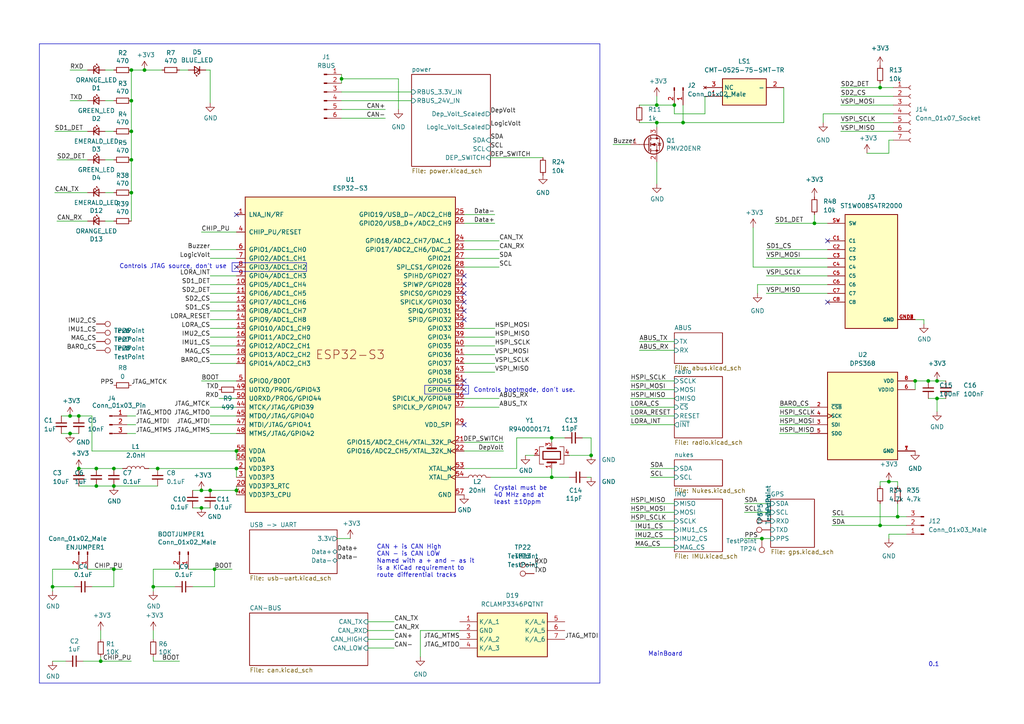
<source format=kicad_sch>
(kicad_sch (version 20231120) (generator "eeschema") (generator_version "8.0")
  (paper "A4")
  (junction (at 190.5 30.48))
  (junction (at 45.72 135.89))
  (junction (at 33.02 140.97))
  (junction (at 33.02 165.1))
  (junction (at 22.86 135.89))
  (junction (at 41.91 20.32))
  (junction (at 160.02 138.43))
  (junction (at 269.24 110.49))
  (junction (at 255.27 152.4))
  (junction (at 20.32 120.65))
  (junction (at 22.86 120.65))
  (junction (at 99.06 22.86))
  (junction (at 15.24 170.18))
  (junction (at 58.42 147.32))
  (junction (at 60.96 142.24))
  (junction (at 33.02 135.89))
  (junction (at 29.21 191.77))
  (junction (at 236.22 64.77))
  (junction (at 195.58 30.48))
  (junction (at 20.32 125.73))
  (junction (at 38.1 29.21))
  (junction (at 160.02 127))
  (junction (at 44.45 170.18))
  (junction (at 265.43 110.49))
  (junction (at 220.98 156.21))
  (junction (at 171.45 132.08))
  (junction (at 38.1 46.355))
  (junction (at 62.23 165.1))
  (junction (at 38.1 55.88))
  (junction (at 198.12 35.56))
  (junction (at 68.58 135.89))
  (junction (at 68.58 130.81))
  (junction (at 271.78 110.49))
  (junction (at 27.94 140.97))
  (junction (at 260.35 149.86))
  (junction (at 38.1 38.1))
  (junction (at 257.81 139.7))
  (junction (at 38.1 20.32))
  (junction (at 190.5 35.56))
  (junction (at 255.27 25.4))
  (junction (at 58.42 142.24))
  (junction (at 27.94 135.89))
  (junction (at 271.78 115.57))
  (junction (at 68.58 142.24))
  (no_connect (at 240.03 69.85))
  (no_connect (at 134.62 90.17))
  (no_connect (at 134.62 80.01))
  (no_connect (at 134.62 92.71))
  (no_connect (at 134.62 113.03))
  (no_connect (at 68.58 77.47))
  (no_connect (at 134.62 110.49))
  (no_connect (at 134.62 123.19))
  (no_connect (at 240.03 87.63))
  (no_connect (at 68.58 62.23))
  (no_connect (at 134.62 82.55))
  (no_connect (at 134.62 85.09))
  (no_connect (at 134.62 87.63))
  (wire (pts (xy 226.06 120.65) (xy 234.95 120.65)))
  (wire (pts (xy 99.06 22.86) (xy 115.57 22.86)))
  (wire (pts (xy 60.96 20.32) (xy 59.69 20.32)))
  (wire (pts (xy 44.45 182.88) (xy 44.45 185.42)))
  (wire (pts (xy 60.96 118.11) (xy 68.58 118.11)))
  (wire (pts (xy 222.25 85.09) (xy 240.03 85.09)))
  (wire (pts (xy 190.5 27.94) (xy 190.5 30.48)))
  (wire (pts (xy 134.62 105.41) (xy 143.51 105.41)))
  (wire (pts (xy 134.62 95.25) (xy 143.51 95.25)))
  (wire (pts (xy 260.35 146.05) (xy 260.35 149.86)))
  (wire (pts (xy 165.1 132.08) (xy 171.45 132.08)))
  (wire (pts (xy 58.42 147.32) (xy 60.96 147.32)))
  (wire (pts (xy 185.42 99.06) (xy 195.58 99.06)))
  (wire (pts (xy 134.62 118.11) (xy 144.78 118.11)))
  (wire (pts (xy 269.24 115.57) (xy 271.78 115.57)))
  (wire (pts (xy 185.42 101.6) (xy 195.58 101.6)))
  (wire (pts (xy 182.88 110.49) (xy 195.58 110.49)))
  (wire (pts (xy 22.86 140.97) (xy 27.94 140.97)))
  (wire (pts (xy 60.96 92.71) (xy 68.58 92.71)))
  (wire (pts (xy 29.21 191.77) (xy 29.21 190.5)))
  (wire (pts (xy 60.96 74.93) (xy 68.58 74.93)))
  (wire (pts (xy 241.3 152.4) (xy 255.27 152.4)))
  (wire (pts (xy 15.24 165.1) (xy 15.24 170.18)))
  (wire (pts (xy 238.76 33.02) (xy 238.76 35.56)))
  (wire (pts (xy 160.02 127) (xy 160.02 128.27)))
  (wire (pts (xy 55.88 142.24) (xy 58.42 142.24)))
  (wire (pts (xy 44.45 165.1) (xy 52.07 165.1)))
  (wire (pts (xy 226.06 125.73) (xy 234.95 125.73)))
  (wire (pts (xy 17.78 120.65) (xy 20.32 120.65)))
  (wire (pts (xy 226.06 118.11) (xy 234.95 118.11)))
  (wire (pts (xy 30.48 20.32) (xy 33.02 20.32)))
  (wire (pts (xy 182.88 120.65) (xy 195.58 120.65)))
  (wire (pts (xy 38.1 20.32) (xy 41.91 20.32)))
  (wire (pts (xy 15.24 170.18) (xy 15.24 171.45)))
  (wire (pts (xy 99.06 21.59) (xy 99.06 22.86)))
  (wire (pts (xy 38.1 29.21) (xy 38.1 38.1)))
  (wire (pts (xy 236.22 64.77) (xy 240.03 64.77)))
  (wire (pts (xy 198.12 35.56) (xy 198.12 30.48)))
  (wire (pts (xy 255.27 140.97) (xy 255.27 139.7)))
  (wire (pts (xy 44.45 165.1) (xy 44.45 170.18)))
  (wire (pts (xy 63.5 115.57) (xy 68.58 115.57)))
  (wire (pts (xy 97.79 156.21) (xy 101.6 156.21)))
  (wire (pts (xy 243.84 27.94) (xy 259.08 27.94)))
  (wire (pts (xy 36.83 125.73) (xy 39.37 125.73)))
  (wire (pts (xy 251.46 44.45) (xy 257.81 44.45)))
  (wire (pts (xy 21.59 170.18) (xy 15.24 170.18)))
  (wire (pts (xy 99.06 22.86) (xy 99.06 24.13)))
  (wire (pts (xy 33.02 140.97) (xy 45.72 140.97)))
  (wire (pts (xy 27.94 135.89) (xy 33.02 135.89)))
  (wire (pts (xy 265.43 110.49) (xy 265.43 113.03)))
  (polyline (pts (xy 123.19 111.76) (xy 123.19 114.3)))
  (wire (pts (xy 52.07 191.77) (xy 44.45 191.77)))
  (polyline (pts (xy 135.89 114.3) (xy 123.19 114.3)))
  (wire (pts (xy 152.4 132.08) (xy 154.94 132.08)))
  (wire (pts (xy 38.1 38.1) (xy 38.1 46.355)))
  (wire (pts (xy 55.88 170.18) (xy 62.23 170.18)))
  (wire (pts (xy 60.96 72.39) (xy 68.58 72.39)))
  (wire (pts (xy 60.96 125.73) (xy 68.58 125.73)))
  (wire (pts (xy 190.5 46.99) (xy 190.5 53.34)))
  (wire (pts (xy 38.1 46.355) (xy 38.1 55.88)))
  (wire (pts (xy 188.595 135.89) (xy 195.58 135.89)))
  (wire (pts (xy 255.27 152.4) (xy 262.89 152.4)))
  (wire (pts (xy 149.86 135.89) (xy 149.86 127)))
  (wire (pts (xy 60.96 90.17) (xy 68.58 90.17)))
  (wire (pts (xy 24.13 191.77) (xy 29.21 191.77)))
  (wire (pts (xy 134.62 74.93) (xy 144.78 74.93)))
  (wire (pts (xy 223.52 148.59) (xy 215.9 148.59)))
  (wire (pts (xy 219.71 82.55) (xy 240.03 82.55)))
  (wire (pts (xy 36.83 123.19) (xy 39.37 123.19)))
  (wire (pts (xy 45.72 135.89) (xy 68.58 135.89)))
  (wire (pts (xy 243.84 25.4) (xy 255.27 25.4)))
  (wire (pts (xy 134.62 72.39) (xy 144.78 72.39)))
  (wire (pts (xy 188.595 138.43) (xy 195.58 138.43)))
  (wire (pts (xy 184.15 158.75) (xy 195.58 158.75)))
  (wire (pts (xy 20.32 20.32) (xy 25.4 20.32)))
  (wire (pts (xy 223.52 146.05) (xy 215.9 146.05)))
  (wire (pts (xy 243.84 38.1) (xy 259.08 38.1)))
  (wire (pts (xy 52.07 20.32) (xy 54.61 20.32)))
  (wire (pts (xy 41.91 20.32) (xy 46.99 20.32)))
  (wire (pts (xy 60.96 142.24) (xy 68.58 142.24)))
  (wire (pts (xy 218.44 77.47) (xy 240.03 77.47)))
  (wire (pts (xy 134.62 69.85) (xy 144.78 69.85)))
  (wire (pts (xy 26.67 130.81) (xy 68.58 130.81)))
  (wire (pts (xy 26.67 170.18) (xy 33.02 170.18)))
  (wire (pts (xy 184.15 156.21) (xy 195.58 156.21)))
  (wire (pts (xy 163.83 127) (xy 160.02 127)))
  (wire (pts (xy 99.06 29.21) (xy 119.38 29.21)))
  (wire (pts (xy 25.4 165.1) (xy 33.02 165.1)))
  (wire (pts (xy 15.875 55.88) (xy 25.4 55.88)))
  (wire (pts (xy 195.58 30.48) (xy 195.58 33.02)))
  (wire (pts (xy 236.22 62.23) (xy 236.22 64.77)))
  (wire (pts (xy 198.12 35.56) (xy 227.33 35.56)))
  (polyline (pts (xy 135.89 111.76) (xy 135.89 114.3)))
  (wire (pts (xy 195.58 33.02) (xy 204.47 33.02)))
  (wire (pts (xy 257.81 139.7) (xy 260.35 139.7)))
  (wire (pts (xy 182.88 41.91) (xy 177.8 41.91)))
  (wire (pts (xy 33.02 170.18) (xy 33.02 165.1)))
  (wire (pts (xy 30.48 29.21) (xy 33.02 29.21)))
  (wire (pts (xy 171.45 127) (xy 168.91 127)))
  (wire (pts (xy 182.88 113.03) (xy 195.58 113.03)))
  (wire (pts (xy 17.78 125.73) (xy 20.32 125.73)))
  (wire (pts (xy 190.5 35.56) (xy 190.5 36.83)))
  (wire (pts (xy 15.24 191.77) (xy 19.05 191.77)))
  (wire (pts (xy 29.21 182.88) (xy 29.21 185.42)))
  (wire (pts (xy 267.97 93.98) (xy 267.97 92.71)))
  (wire (pts (xy 68.58 142.24) (xy 68.58 140.97)))
  (wire (pts (xy 243.84 30.48) (xy 259.08 30.48)))
  (wire (pts (xy 43.18 135.89) (xy 45.72 135.89)))
  (wire (pts (xy 271.78 110.49) (xy 269.24 110.49)))
  (wire (pts (xy 190.5 35.56) (xy 198.12 35.56)))
  (wire (pts (xy 171.45 138.43) (xy 170.18 138.43)))
  (wire (pts (xy 222.25 74.93) (xy 240.03 74.93)))
  (polyline (pts (xy 67.31 76.2) (xy 67.31 78.74)))
  (wire (pts (xy 227.33 35.56) (xy 227.33 25.4)))
  (wire (pts (xy 58.42 142.24) (xy 60.96 142.24)))
  (wire (pts (xy 68.58 142.24) (xy 68.58 143.51)))
  (wire (pts (xy 68.58 130.81) (xy 68.58 133.35)))
  (wire (pts (xy 134.62 100.33) (xy 143.51 100.33)))
  (wire (pts (xy 54.61 165.1) (xy 62.23 165.1)))
  (wire (pts (xy 215.9 156.21) (xy 220.98 156.21)))
  (polyline (pts (xy 11.43 12.7) (xy 11.43 198.12)))
  (wire (pts (xy 20.32 120.65) (xy 22.86 120.65)))
  (wire (pts (xy 257.81 44.45) (xy 257.81 40.64)))
  (wire (pts (xy 222.25 72.39) (xy 240.03 72.39)))
  (wire (pts (xy 271.78 110.49) (xy 274.32 110.49)))
  (wire (pts (xy 106.68 187.96) (xy 114.3 187.96)))
  (wire (pts (xy 121.92 182.88) (xy 133.35 182.88)))
  (wire (pts (xy 106.68 182.88) (xy 114.3 182.88)))
  (wire (pts (xy 224.79 64.77) (xy 236.22 64.77)))
  (wire (pts (xy 60.96 120.65) (xy 68.58 120.65)))
  (wire (pts (xy 60.96 100.33) (xy 68.58 100.33)))
  (polyline (pts (xy 123.19 111.76) (xy 135.89 111.76)))
  (wire (pts (xy 190.5 30.48) (xy 195.58 30.48)))
  (wire (pts (xy 20.32 29.21) (xy 25.4 29.21)))
  (wire (pts (xy 265.43 110.49) (xy 269.24 110.49)))
  (wire (pts (xy 260.35 149.86) (xy 262.89 149.86)))
  (wire (pts (xy 30.48 64.135) (xy 33.02 64.135)))
  (wire (pts (xy 22.86 135.89) (xy 27.94 135.89)))
  (wire (pts (xy 106.68 185.42) (xy 114.3 185.42)))
  (wire (pts (xy 182.88 115.57) (xy 195.58 115.57)))
  (wire (pts (xy 27.94 140.97) (xy 33.02 140.97)))
  (wire (pts (xy 267.97 92.71) (xy 265.43 92.71)))
  (wire (pts (xy 219.71 82.55) (xy 219.71 85.09)))
  (wire (pts (xy 30.48 55.88) (xy 33.02 55.88)))
  (wire (pts (xy 60.96 97.79) (xy 68.58 97.79)))
  (wire (pts (xy 99.06 26.67) (xy 119.38 26.67)))
  (wire (pts (xy 20.32 125.73) (xy 22.86 125.73)))
  (wire (pts (xy 55.88 147.32) (xy 58.42 147.32)))
  (wire (pts (xy 134.62 115.57) (xy 144.78 115.57)))
  (wire (pts (xy 171.45 127) (xy 171.45 132.08)))
  (wire (pts (xy 44.45 170.18) (xy 44.45 171.45)))
  (wire (pts (xy 185.42 35.56) (xy 190.5 35.56)))
  (wire (pts (xy 185.42 30.48) (xy 190.5 30.48)))
  (wire (pts (xy 33.02 165.1) (xy 35.56 165.1)))
  (wire (pts (xy 257.81 154.94) (xy 262.89 154.94)))
  (wire (pts (xy 36.83 120.65) (xy 39.37 120.65)))
  (wire (pts (xy 121.92 190.5) (xy 121.92 182.88)))
  (wire (pts (xy 60.96 82.55) (xy 68.58 82.55)))
  (wire (pts (xy 60.96 95.25) (xy 68.58 95.25)))
  (wire (pts (xy 142.24 45.72) (xy 157.48 45.72)))
  (wire (pts (xy 226.06 123.19) (xy 234.95 123.19)))
  (wire (pts (xy 60.96 102.87) (xy 68.58 102.87)))
  (wire (pts (xy 60.96 85.09) (xy 68.58 85.09)))
  (wire (pts (xy 50.8 170.18) (xy 44.45 170.18)))
  (wire (pts (xy 142.24 138.43) (xy 160.02 138.43)))
  (wire (pts (xy 99.06 31.75) (xy 111.76 31.75)))
  (wire (pts (xy 165.1 138.43) (xy 160.02 138.43)))
  (wire (pts (xy 271.78 119.38) (xy 271.78 115.57)))
  (wire (pts (xy 134.62 107.95) (xy 143.51 107.95)))
  (wire (pts (xy 241.3 149.86) (xy 260.35 149.86)))
  (wire (pts (xy 62.23 170.18) (xy 62.23 165.1)))
  (wire (pts (xy 134.62 77.47) (xy 144.78 77.47)))
  (polyline (pts (xy 11.43 12.7) (xy 173.99 12.7)))
  (polyline (pts (xy 173.99 198.12) (xy 11.43 198.12)))
  (wire (pts (xy 58.42 110.49) (xy 68.58 110.49)))
  (wire (pts (xy 257.81 156.21) (xy 257.81 154.94)))
  (wire (pts (xy 29.21 191.77) (xy 38.1 191.77)))
  (wire (pts (xy 134.62 97.79) (xy 143.51 97.79)))
  (polyline (pts (xy 67.31 76.2) (xy 88.9 76.2)))
  (wire (pts (xy 243.84 35.56) (xy 259.08 35.56)))
  (wire (pts (xy 67.31 165.1) (xy 62.23 165.1)))
  (wire (pts (xy 184.15 153.67) (xy 195.58 153.67)))
  (wire (pts (xy 255.27 25.4) (xy 259.08 25.4)))
  (wire (pts (xy 30.48 38.1) (xy 33.02 38.1)))
  (wire (pts (xy 68.58 135.89) (xy 68.58 138.43)))
  (wire (pts (xy 255.27 146.05) (xy 255.27 152.4)))
  (wire (pts (xy 204.47 27.94) (xy 204.47 33.02)))
  (wire (pts (xy 160.02 135.89) (xy 160.02 138.43)))
  (wire (pts (xy 16.51 64.135) (xy 25.4 64.135)))
  (wire (pts (xy 16.51 46.355) (xy 25.4 46.355)))
  (wire (pts (xy 30.48 46.355) (xy 33.02 46.355)))
  (wire (pts (xy 134.62 135.89) (xy 149.86 135.89)))
  (wire (pts (xy 15.24 165.1) (xy 22.86 165.1)))
  (wire (pts (xy 134.62 62.23) (xy 143.51 62.23)))
  (wire (pts (xy 38.1 55.88) (xy 38.1 64.135)))
  (wire (pts (xy 182.88 151.13) (xy 195.58 151.13)))
  (wire (pts (xy 33.02 135.89) (xy 35.56 135.89)))
  (polyline (pts (xy 88.9 76.2) (xy 88.9 78.74)))
  (wire (pts (xy 255.27 25.4) (xy 255.27 24.13)))
  (wire (pts (xy 182.88 118.11) (xy 195.58 118.11)))
  (wire (pts (xy 220.98 156.21) (xy 223.52 156.21)))
  (wire (pts (xy 60.96 87.63) (xy 68.58 87.63)))
  (wire (pts (xy 58.42 67.31) (xy 68.58 67.31)))
  (wire (pts (xy 222.25 80.01) (xy 240.03 80.01)))
  (wire (pts (xy 182.88 146.05) (xy 195.58 146.05)))
  (wire (pts (xy 134.62 130.81) (xy 146.05 130.81)))
  (wire (pts (xy 15.875 38.1) (xy 25.4 38.1)))
  (wire (pts (xy 182.88 123.19) (xy 195.58 123.19)))
  (wire (pts (xy 106.68 180.34) (xy 114.3 180.34)))
  (wire (pts (xy 257.81 40.64) (xy 259.08 40.64)))
  (wire (pts (xy 60.96 123.19) (xy 68.58 123.19)))
  (wire (pts (xy 271.78 115.57) (xy 274.32 115.57)))
  (wire (pts (xy 60.96 20.32) (xy 60.96 29.845)))
  (wire (pts (xy 260.35 139.7) (xy 260.35 140.97)))
  (wire (pts (xy 255.27 139.7) (xy 257.81 139.7)))
  (wire (pts (xy 182.88 148.59) (xy 195.58 148.59)))
  (wire (pts (xy 60.96 80.01) (xy 68.58 80.01)))
  (wire (pts (xy 218.44 66.04) (xy 218.44 77.47)))
  (wire (pts (xy 99.06 34.29) (xy 111.76 34.29)))
  (polyline (pts (xy 173.99 12.7) (xy 173.99 198.12)))
  (wire (pts (xy 60.96 105.41) (xy 68.58 105.41)))
  (wire (pts (xy 26.67 120.65) (xy 26.67 130.81)))
  (wire (pts (xy 134.62 128.27) (xy 146.05 128.27)))
  (wire (pts (xy 134.62 64.77) (xy 143.51 64.77)))
  (polyline (pts (xy 88.9 78.74) (xy 67.31 78.74)))
  (wire (pts (xy 115.57 22.86) (xy 115.57 31.75)))
  (wire (pts (xy 134.62 102.87) (xy 143.51 102.87)))
  (wire (pts (xy 238.76 33.02) (xy 259.08 33.02)))
  (wire (pts (xy 44.45 191.77) (xy 44.45 190.5)))
  (wire (pts (xy 149.86 127) (xy 160.02 127)))
  (wire (pts (xy 22.86 120.65) (xy 26.67 120.65)))
  (wire (pts (xy 38.1 20.32) (xy 38.1 29.21)))
  (text_box "Crystal must be 40 MHz and at least ±10ppm" (at 142.24 139.7 0) (size 19.05 11.43) (stroke (width -0.0001)) (effects (font (size 1.27 1.27)) (justify left top)))
  (text "Controls JTAG source, don't use\n" (at 65.8157 78.0878 0) (effects (font (size 1.27 1.27)) (justify right bottom)))
  (text "CAN + is CAN High\nCAN - is CAN LOW\nNamed with a + and - as it\nis a KiCad requirement to\nroute differential tracks\n" (at 109.22 167.64 0) (effects (font (size 1.27 1.27)) (justify left bottom)))
  (text "MainBoard\n" (at 187.96 190.5 0) (effects (font (size 1.27 1.27)) (justify left bottom)))
  (text "Controls bootmode, don't use.\n" (at 137.3194 113.9757 0) (effects (font (size 1.27 1.27)) (justify left bottom)))
  (text "0.1\n\n" (at 269.24 195.58 0) (effects (font (size 1.27 1.27)) (justify left bottom)))
  (label "JTAG_MTMS" (at 60.96 125.73 180))
  (label "SDA" (at 215.9 146.05 0))
  (label "LORA_RESET" (at 182.88 120.65 0))
  (label "BOOT" (at 58.42 110.49 0))
  (label "ABUS_RX" (at 185.42 101.6 0))
  (label "JTAG_MTDO" (at 39.37 120.65 0))
  (label "JTAG_MTDO" (at 60.96 120.65 180))
  (label "IMU2_CS" (at 184.15 156.21 0))
  (label "VSPI_MOSI" (at 243.84 30.48 0))
  (label "IMU1_CS" (at 60.96 100.33 180))
  (label "DepVolt" (at 142.24 33.02 0))
  (label "LORA_CS" (at 60.96 95.25 180))
  (label "SDA" (at 241.3 152.4 0))
  (label "SCL" (at 241.3 149.86 0))
  (label "VSPI_MOSI" (at 143.51 102.87 0))
  (label "SD1_CS" (at 60.96 90.17 180))
  (label "CAN_RX" (at 144.78 72.39 0))
  (label "LORA_CS" (at 182.88 118.11 0))
  (label "TXD" (at 20.32 29.21 0))
  (label "JTAG_MTDI" (at 163.83 185.42 0))
  (label "SDA" (at 142.24 40.64 0))
  (label "LORA_RESET" (at 60.96 92.71 180))
  (label "RXD" (at 63.5 115.57 180))
  (label "HSPI_MISO" (at 182.88 115.57 0))
  (label "VSPI_MISO" (at 143.51 107.95 0))
  (label "VSPI_SCLK" (at 222.25 80.01 0))
  (label "SD2_DET" (at 60.96 85.09 180))
  (label "SD2_DET" (at 16.51 46.355 0))
  (label "CHIP_PU" (at 35.56 165.1 180))
  (label "DEP_SWITCH" (at 142.24 45.72 0))
  (label "JTAG_MTMS" (at 39.37 125.73 0))
  (label "CAN-" (at 114.3 187.96 0))
  (label "CHIP_PU" (at 38.1 191.77 180))
  (label "Data+" (at 97.79 160.02 0))
  (label "PPS" (at 33.02 111.76 180))
  (label "HSPI_MOSI" (at 143.51 95.25 0))
  (label "CAN_TX" (at 15.875 55.88 0))
  (label "CAN-" (at 111.76 34.29 180))
  (label "HSPI_MOSI" (at 182.88 113.03 0))
  (label "VSPI_MISO" (at 222.25 85.09 0))
  (label "HSPI_SCLK" (at 182.88 151.13 0))
  (label "SD1_DET" (at 15.875 38.1 0))
  (label "SD1_DET" (at 60.96 82.55 180))
  (label "RXD" (at 154.94 163.83 0))
  (label "HSPI_SCLK" (at 182.88 110.49 0))
  (label "Data-" (at 143.51 62.23 180))
  (label "VSPI_SCLK" (at 143.51 105.41 0))
  (label "JTAG_MTCK" (at 60.96 118.11 180))
  (label "VSPI_MOSI" (at 222.25 74.93 0))
  (label "SDA" (at 144.78 74.93 0))
  (label "SCL" (at 144.78 77.47 0))
  (label "CAN_RX" (at 114.3 182.88 0))
  (label "HSPI_MISO" (at 182.88 146.05 0))
  (label "SCL" (at 215.9 148.59 0))
  (label "LORA_INT" (at 182.88 123.19 0))
  (label "ABUS_RX" (at 144.78 115.57 0))
  (label "CAN+" (at 114.3 185.42 0))
  (label "HSPI_MOSI" (at 182.88 148.59 0))
  (label "LogicVolt" (at 60.96 74.93 180))
  (label "IMU1_CS" (at 184.15 153.67 0))
  (label "SD2_CS" (at 60.96 87.63 180))
  (label "SD2_CS" (at 243.84 27.94 0))
  (label "IMU2_CS" (at 27.94 93.98 180))
  (label "JTAG_MTDI" (at 39.37 123.19 0))
  (label "HSPI_MISO" (at 226.06 125.73 0))
  (label "SDA" (at 188.595 135.89 0))
  (label "ABUS_TX" (at 185.42 99.06 0))
  (label "HSPI_SCLK" (at 143.51 100.33 0))
  (label "Buzzer" (at 60.96 72.39 180))
  (label "Data+" (at 143.51 64.77 180))
  (label "BARO_CS" (at 226.06 118.11 0))
  (label "SD2_DET" (at 243.84 25.4 0))
  (label "CAN_TX" (at 114.3 180.34 0))
  (label "MAG_CS" (at 27.94 99.06 180))
  (label "BARO_CS" (at 27.94 101.6 180))
  (label "CAN+" (at 111.76 31.75 180))
  (label "JTAG_MTCK" (at 38.1 111.76 0))
  (label "HSPI_MOSI" (at 226.06 123.19 0))
  (label "RXD" (at 20.32 20.32 0))
  (label "CAN_RX" (at 16.51 64.135 0))
  (label "JTAG_MTDO" (at 133.35 187.96 180))
  (label "SD1_CS" (at 222.25 72.39 0))
  (label "HSPI_SCLK" (at 226.06 120.65 0))
  (label "BOOT" (at 67.31 165.1 180))
  (label "BOOT" (at 52.07 191.77 180))
  (label "MAG_CS" (at 184.15 158.75 0))
  (label "LORA_INT" (at 60.96 80.01 180))
  (label "HSPI_MISO" (at 143.51 97.79 0))
  (label "JTAG_MTDI" (at 60.96 123.19 180))
  (label "BARO_CS" (at 60.96 105.41 180))
  (label "VSPI_MISO" (at 243.84 38.1 0))
  (label "ABUS_TX" (at 144.78 118.11 0))
  (label "VSPI_SCLK" (at 243.84 35.56 0))
  (label "SCL" (at 142.24 43.18 0))
  (label "IMU2_CS" (at 60.96 97.79 180))
  (label "Buzzer" (at 177.8 41.91 0))
  (label "JTAG_MTMS" (at 133.35 185.42 180))
  (label "CHIP_PU" (at 58.42 67.31 0))
  (label "PPS" (at 215.9 156.21 0))
  (label "CAN_TX" (at 144.78 69.85 0))
  (label "MAG_CS" (at 60.96 102.87 180))
  (label "TXD" (at 154.94 166.37 0))
  (label "TXD" (at 63.5 113.03 180))
  (label "SD1_DET" (at 224.79 64.77 0))
  (label "Data-" (at 97.79 162.56 0))
  (label "DEP_SWITCH" (at 146.05 128.27 180))
  (label "DepVolt" (at 146.05 130.81 180))
  (label "IMU1_CS" (at 27.94 96.52 180))
  (label "SCL" (at 188.595 138.43 0))
  (label "LogicVolt" (at 142.24 36.83 0))
  (symbol (lib_id "power:GND") (at 267.97 93.98 0) (unit 1)
    (property "Reference" "#PWR015" (effects (hide yes)))
    (property "Value" "GND" (at 268.097 98.3742 0))
  )
  (symbol (lib_id "power:+3.3V") (at 257.81 139.7 0) (unit 1)
    (property "Reference" "#PWR0130" (effects (hide yes)))
    (property "Value" "+3V3" (at 257.81 134.62 0))
  )
  (symbol (lib_id "Connector:TestPoint") (at 27.94 93.98 270) (unit 1)
    (property "Reference" "TP25" (effects (hide yes)))
    (property "Value" "TestPoint" (at 33.02 95.885 90) (effects (justify left)))
    (property "Footprint" "TestPoint:TestPoint_Pad_D1.0mm" (effects (hide yes)))
  )
  (symbol (lib_id "iclr-hw:CMT-0525-75-SMT-TR") (at 204.47 25.4 0) (unit 1)
    (property "Reference" "LS1" (at 215.9 17.78 0))
    (property "Value" "CMT-0525-75-SMT-TR" (at 215.9 20.32 0))
    (property "Footprint" "iclr-hw:CMT052575SMTTR" (effects (hide yes)))
    (property "Datasheet" "https://datasheet.datasheetarchive.com/originals/distributors/Datasheets_SAMA/202edec26f194914f30bb21e54dbec55.pdf" (effects (hide yes)))
    (property "Description" "Speakers & Transducers buzzer, 5 mm, 2.5 mm deep, M, 3 V, 75 dB, Surface Mount (SMT), Audio Transducer" (effects (hide yes)))
    (property "Height" "2.8" (effects (hide yes)))
    (property "Manufacturer_Name" "CUI Devices" (effects (hide yes)))
    (property "Manufacturer_Part_Number" "CMT-0525-75-SMT-TR" (effects (hide yes)))
    (property "Mouser Part Number" "490-CMT-0525-75SMTTR" (effects (hide yes)))
    (property "Mouser Price/Stock" "https://www.mouser.co.uk/ProductDetail/CUI-Devices/CMT-0525-75-SMT-TR?qs=P1JMDcb91o4IJjUmKL6vpA%3D%3D" (effects (hide yes)))
  )
  (symbol (lib_id "power:GND") (at 271.78 119.38 0) (unit 1)
    (property "Reference" "#PWR034" (effects (hide yes)))
    (property "Value" "GND" (at 271.78 123.825 0))
  )
  (symbol (lib_id "Connector:Conn_01x07_Socket") (at 264.16 33.02 0) (unit 1)
    (property "Reference" "J14" (at 265.43 31.7499 0) (effects (justify left)))
    (property "Value" "Conn_01x07_Socket" (at 265.43 34.2899 0) (effects (justify left)))
    (property "Footprint" "Connector_Molex:Molex_Pico-Clasp_202396-0707_1x07-1MP_P1.00mm_Horizontal" (effects (hide yes)))
    (property "Description" "Generic connector, single row, 01x07, script generated" (effects (hide yes)))
  )
  (symbol (lib_id "Connector:TestPoint") (at 154.94 166.37 90) (unit 1)
    (property "Reference" "TP23" (at 151.638 161.29 90))
    (property "Value" "TestPoint" (at 151.638 163.83 90))
    (property "Footprint" "TestPoint:TestPoint_Pad_D1.0mm" (effects (hide yes)))
  )
  (symbol (lib_id "Device:C_Small") (at 27.94 138.43 0) (unit 1)
    (property "Reference" "C6" (at 21.59 137.16 0) (effects (justify left)))
    (property "Value" "1uF" (at 21.59 139.7 0) (effects (justify left)))
    (property "Footprint" "Capacitor_SMD:C_0402_1005Metric" (effects (hide yes)))
  )
  (symbol (lib_id "Device:C_Small") (at 274.32 113.03 0) (unit 1)
    (property "Reference" "C16" (at 279.4 111.76 0) (effects (justify left)))
    (property "Value" "100nF" (at 279.4 114.3 0) (effects (justify left)))
    (property "Footprint" "Capacitor_SMD:C_0402_1005Metric" (effects (hide yes)))
  )
  (symbol (lib_id "Connector:Conn_01x03_Pin") (at 31.75 123.19 0) (unit 1)
    (property "Reference" "J4" (at 32.385 115.57 0))
    (property "Value" "Conn_01x03_Pin" (at 34.544 117.602 0))
    (property "Footprint" "Connector_PinHeader_2.54mm:PinHeader_1x03_P2.54mm_Vertical" (effects (hide yes)))
    (property "Description" "Generic connector, single row, 01x03, script generated" (effects (hide yes)))
  )
  (symbol (lib_id "power:+3.3V") (at 236.22 57.15 0) (unit 1)
    (property "Reference" "#PWR0138" (effects (hide yes)))
    (property "Value" "+3V3" (at 236.22 52.07 0))
  )
  (symbol (lib_id "Device:R_Small") (at 255.27 143.51 180) (unit 1)
    (property "Reference" "R34" (at 257.81 142.2399 0) (effects (justify right)))
    (property "Value" "4.7k" (at 257.81 144.7799 0) (effects (justify right)))
    (property "Footprint" "Resistor_SMD:R_0402_1005Metric" (effects (hide yes)))
  )
  (symbol (lib_id "Device:LED_Small") (at 27.94 29.21 0) (unit 1)
    (property "Reference" "D2" (at 27.94 34.417 0))
    (property "Value" "GREEN_LED" (at 27.94 32.1056 0))
    (property "Footprint" "LED_SMD:LED_0402_1005Metric" (effects (hide yes)))
  )
  (symbol (lib_id "power:+3.3V") (at 41.91 20.32 0) (unit 1)
    (property "Reference" "#PWR08" (effects (hide yes)))
    (property "Value" "+3V3" (at 42.291 15.9258 0))
  )
  (symbol (lib_id "power:GND") (at 44.45 171.45 0) (unit 1)
    (property "Reference" "#PWR09" (effects (hide yes)))
    (property "Value" "GND" (at 44.577 175.8442 0))
  )
  (symbol (lib_id "Connector:Conn_01x02_Male") (at 198.12 25.4 270) (unit 1)
    (property "Reference" "J2" (at 199.39 24.7649 90) (effects (justify left)))
    (property "Value" "Conn_01x02_Male" (at 199.39 27.3049 90) (effects (justify left)))
    (property "Footprint" "Connector_JST:JST_PH_B2B-PH-K_1x02_P2.00mm_Vertical" (effects (hide yes)))
  )
  (symbol (lib_id "Device:C_Small") (at 53.34 170.18 270) (unit 1)
    (property "Reference" "C9" (at 53.34 164.3634 90))
    (property "Value" "0.1uF" (at 53.34 166.6748 90))
    (property "Footprint" "Capacitor_SMD:C_0402_1005Metric" (effects (hide yes)))
  )
  (symbol (lib_id "power:+3.3V") (at 22.86 135.89 0) (unit 1)
    (property "Reference" "#PWR03" (effects (hide yes)))
    (property "Value" "+3V3" (at 23.241 131.4958 0))
  )
  (symbol (lib_id "Device:R_Small") (at 255.27 21.59 0) (unit 1)
    (property "Reference" "R13" (at 257.81 20.3199 0) (effects (justify left)))
    (property "Value" "10k" (at 257.81 22.8599 0) (effects (justify left)))
    (property "Footprint" "Resistor_SMD:R_0402_1005Metric" (effects (hide yes)))
  )
  (symbol (lib_id "power:+3.3V") (at 58.42 142.24 0) (unit 1)
    (property "Reference" "#PWR012" (effects (hide yes)))
    (property "Value" "+3V3" (at 58.801 137.8458 0))
  )
  (symbol (lib_id "power:GND") (at 219.71 85.09 0) (unit 1)
    (property "Reference" "#PWR0137" (effects (hide yes)))
    (property "Value" "GND" (at 219.71 90.17 0))
  )
  (symbol (lib_id "Device:Q_NMOS_GSD") (at 187.96 41.91 0) (unit 1)
    (property "Reference" "Q1" (at 193.1924 40.7416 0) (effects (justify left)))
    (property "Value" "PMV20ENR" (at 193.1924 43.053 0) (effects (justify left)))
    (property "Footprint" "Package_TO_SOT_SMD:SOT-23" (effects (hide yes)))
  )
  (symbol (lib_id "Connector:TestPoint") (at 223.52 151.13 90) (unit 1)
    (property "Reference" "TP5" (at 220.5228 149.6568 0) (effects (justify left)))
    (property "Value" "TestPoint" (at 222.8342 149.6568 0) (effects (justify left)))
    (property "Footprint" "TestPoint:TestPoint_Pad_D1.0mm" (effects (hide yes)))
  )
  (symbol (lib_id "Device:L") (at 39.37 135.89 90) (unit 1)
    (property "Reference" "L1" (at 39.37 129.54 90))
    (property "Value" "2.0nH" (at 39.37 132.08 90))
    (property "Footprint" "Inductor_SMD:L_0402_1005Metric" (effects (hide yes)))
  )
  (symbol (lib_id "Device:R_Small") (at 35.56 55.88 270) (unit 1)
    (property "Reference" "R38" (at 35.56 50.9016 90))
    (property "Value" "470" (at 35.56 53.213 90))
    (property "Footprint" "Resistor_SMD:R_0402_1005Metric" (effects (hide yes)))
  )
  (symbol (lib_id "Connector:Conn_01x06_Male") (at 93.98 26.67 0) (unit 1)
    (property "Reference" "J1" (at 94.615 16.51 0))
    (property "Value" "RBUS" (at 94.615 19.05 0))
    (property "Footprint" "Connector_Molex:Molex_Mini-Fit_Jr_5566-06A_2x03_P4.20mm_Vertical" (effects (hide yes)))
  )
  (symbol (lib_id "Device:C_Small") (at 17.78 123.19 0) (unit 1)
    (property "Reference" "C1" (at 12.7 121.92 0) (effects (justify left)))
    (property "Value" "1uF" (at 12.7 124.46 0) (effects (justify left)))
    (property "Footprint" "Capacitor_SMD:C_0402_1005Metric" (effects (hide yes)))
  )
  (symbol (lib_id "power:+3.3V") (at 101.6 156.21 0) (unit 1)
    (property "Reference" "#PWR016" (effects (hide yes)))
    (property "Value" "+3V3" (at 101.981 151.8158 0))
  )
  (symbol (lib_id "power:+3.3V") (at 251.46 44.45 0) (unit 1)
    (property "Reference" "#PWR031" (effects (hide yes)))
    (property "Value" "+3V3" (at 251.841 40.0558 0))
  )
  (symbol (lib_id "Device:C_Small") (at 21.59 191.77 270) (unit 1)
    (property "Reference" "C2" (at 21.59 185.9534 90))
    (property "Value" "1uF" (at 21.59 188.2648 90))
    (property "Footprint" "Capacitor_SMD:C_0402_1005Metric" (effects (hide yes)))
  )
  (symbol (lib_id "Device:R_Small") (at 44.45 187.96 0) (unit 1)
    (property "Reference" "R6" (at 45.9486 186.7916 0) (effects (justify left)))
    (property "Value" "10K" (at 45.9486 189.103 0) (effects (justify left)))
    (property "Footprint" "Resistor_SMD:R_0402_1005Metric" (effects (hide yes)))
  )
  (symbol (lib_id "Connector:TestPoint") (at 220.98 156.21 180) (unit 1)
    (property "Reference" "TP24" (at 219.5068 159.2072 0) (effects (justify left)))
    (property "Value" "TestPoint" (at 219.5068 156.8958 0) (effects (justify left)))
    (property "Footprint" "TestPoint:TestPoint_Pad_D1.0mm" (effects (hide yes)))
  )
  (symbol (lib_id "power:GND") (at 190.5 53.34 0) (unit 1)
    (property "Reference" "#PWR023" (effects (hide yes)))
    (property "Value" "GND" (at 190.627 57.7342 0))
  )
  (symbol (lib_id "power:GND") (at 257.81 156.21 0) (unit 1)
    (property "Reference" "#PWR0131" (effects (hide yes)))
    (property "Value" "GND" (at 257.81 161.29 0))
  )
  (symbol (lib_id "Device:C_Small") (at 55.88 144.78 0) (unit 1)
    (property "Reference" "C10" (at 52.07 144.78 0))
    (property "Value" "0.1uF" (at 52.07 147.0914 0))
    (property "Footprint" "Capacitor_SMD:C_0402_1005Metric" (effects (hide yes)))
  )
  (symbol (lib_id "Device:R_Small") (at 185.42 33.02 0) (unit 1)
    (property "Reference" "R11" (at 187.96 31.7499 0) (effects (justify left)))
    (property "Value" "1k" (at 187.96 34.2899 0) (effects (justify left)))
    (property "Footprint" "Resistor_SMD:R_0402_1005Metric" (effects (hide yes)))
  )
  (symbol (lib_name "GND_2") (lib_id "power:GND") (at 157.48 50.8 0) (unit 1)
    (property "Reference" "#PWR098" (effects (hide yes)))
    (property "Value" "GND" (at 157.48 55.88 0))
    (property "Description" "Power symbol creates a global label with name \"GND\" , ground" (effects (hide yes)))
  )
  (symbol (lib_id "Device:LED_Small") (at 27.94 64.135 0) (unit 1)
    (property "Reference" "D13" (at 27.94 69.342 0))
    (property "Value" "ORANGE_LED" (at 27.94 67.0306 0))
    (property "Footprint" "LED_SMD:LED_0402_1005Metric" (effects (hide yes)))
  )
  (symbol (lib_id "Connector:Conn_01x03_Male") (at 267.97 152.4 180) (unit 1)
    (property "Reference" "J12" (at 269.24 151.1299 0) (effects (justify right)))
    (property "Value" "Conn_01x03_Male" (at 269.24 153.6699 0) (effects (justify right)))
    (property "Footprint" "Connector_PinHeader_2.54mm:PinHeader_1x03_P2.54mm_Vertical" (effects (hide yes)))
  )
  (symbol (lib_id "power:GND") (at 115.57 31.75 0) (unit 1)
    (property "Reference" "#PWR017" (effects (hide yes)))
    (property "Value" "GND" (at 115.57 36.83 0))
  )
  (symbol (lib_id "power:+3.3V") (at 20.32 120.65 0) (unit 1)
    (property "Reference" "#PWR04" (effects (hide yes)))
    (property "Value" "+3V3" (at 20.701 116.2558 0))
  )
  (symbol (lib_id "power:GND") (at 15.24 191.77 0) (unit 1)
    (property "Reference" "#PWR02" (effects (hide yes)))
    (property "Value" "GND" (at 15.367 196.1642 0))
  )
  (symbol (lib_id "Device:C_Small") (at 60.96 144.78 0) (unit 1)
    (property "Reference" "C11" (at 64.77 144.78 0))
    (property "Value" "0.1uF" (at 64.77 147.0914 0))
    (property "Footprint" "Capacitor_SMD:C_0402_1005Metric" (effects (hide yes)))
  )
  (symbol (lib_id "power:GND") (at 265.43 130.81 0) (unit 1)
    (property "Reference" "#PWR029" (effects (hide yes)))
    (property "Value" "GND" (at 265.43 135.89 0))
  )
  (symbol (lib_id "Device:C_Small") (at 24.13 170.18 270) (unit 1)
    (property "Reference" "C4" (at 24.13 164.3634 90))
    (property "Value" "0.1uF" (at 24.13 166.6748 90))
    (property "Footprint" "Capacitor_SMD:C_0402_1005Metric" (effects (hide yes)))
  )
  (symbol (lib_id "Connector:TestPoint") (at 223.52 153.67 90) (unit 1)
    (property "Reference" "TP6" (at 220.5228 152.1968 0) (effects (justify left)))
    (property "Value" "TestPoint" (at 222.8342 152.1968 0) (effects (justify left)))
    (property "Footprint" "TestPoint:TestPoint_Pad_D1.0mm" (effects (hide yes)))
  )
  (symbol (lib_id "power:+3.3V") (at 218.44 66.04 0) (unit 1)
    (property "Reference" "#PWR0102" (effects (hide yes)))
    (property "Value" "+3V3" (at 218.821 61.6458 0))
  )
  (symbol (lib_id "power:+3.3V") (at 44.45 182.88 0) (unit 1)
    (property "Reference" "#PWR010" (effects (hide yes)))
    (property "Value" "+3V3" (at 44.831 178.4858 0))
  )
  (symbol (lib_id "Connector:Conn_01x02_Male") (at 25.4 160.02 270) (unit 1)
    (property "Reference" "ENJUMPER1" (at 19.05 158.75 90) (effects (justify left)))
    (property "Value" "Conn_01x02_Male" (at 13.97 156.21 90) (effects (justify left)))
    (property "Footprint" "Connector_PinHeader_2.54mm:PinHeader_1x02_P2.54mm_Vertical" (effects (hide yes)))
  )
  (symbol (lib_id "iclr-hw:ST1W008S4TR2000") (at 252.73 77.47 0) (unit 1)
    (property "Reference" "J3" (at 252.73 57.15 0))
    (property "Value" "ST1W008S4TR2000" (at 252.73 59.69 0))
    (property "Footprint" "iclr-hw:JAE_ST1W008S4TR2000" (effects (hide yes)))
    (property "MF" "JAE Electronics" (effects (hide yes)))
    (property "MAXIMUM_PACKAGE_HEIGHT" "1.5 mm" (effects (hide yes)))
    (property "Package" "None" (effects (hide yes)))
    (property "Price" "None" (effects (hide yes)))
    (property "Check_prices" "https://www.snapeda.com/parts/ST1W008S4TR2000/JAE+Electronics/view-part/?ref=eda" (effects (hide yes)))
    (property "STANDARD" "Manufacturer Recommendations" (effects (hide yes)))
    (property "PARTREV" "1" (effects (hide yes)))
    (property "SnapEDA_Link" "https://www.snapeda.com/parts/ST1W008S4TR2000/JAE+Electronics/view-part/?ref=snap" (effects (hide yes)))
    (property "MP" "ST1W008S4TR2000" (effects (hide yes)))
    (property "Purchase-URL" "https://www.snapeda.com/api/url_track_click_mouser/?unipart_id=501060&manufacturer=JAE Electronics&part_name=ST1W008S4TR2000&search_term=st1w008s4tr2000" (effects (hide yes)))
    (property "Description_1" "\nmicroSD memory card connector, 8 contacts, hinge type, soldering (SMT) | JAE Electronics Inc. ST1W008S4TR2000\n" (effects (hide yes)))
    (property "Availability" "In Stock" (effects (hide yes)))
    (property "MANUFACTURER" "JAE Electronics" (effects (hide yes)))
  )
  (symbol (lib_id "power:GND") (at 60.96 29.845 0) (unit 1)
    (property "Reference" "#PWR014" (effects (hide yes)))
    (property "Value" "GND" (at 61.087 34.2392 0))
  )
  (symbol (lib_id "Device:LED_Small") (at 57.15 20.32 180) (unit 1)
    (property "Reference" "D5" (at 57.15 15.113 0))
    (property "Value" "BLUE_LED" (at 57.15 17.4244 0))
    (property "Footprint" "LED_SMD:LED_0402_1005Metric" (effects (hide yes)))
  )
  (symbol (lib_id "Device:R_Small") (at 35.56 20.32 270) (unit 1)
    (property "Reference" "R2" (at 35.56 15.3416 90))
    (property "Value" "470" (at 35.56 17.653 90))
    (property "Footprint" "Resistor_SMD:R_0402_1005Metric" (effects (hide yes)))
  )
  (symbol (lib_id "Device:R_Small") (at 260.35 143.51 180) (unit 1)
    (property "Reference" "R35" (at 262.89 142.2399 0) (effects (justify right)))
    (property "Value" "4.7k" (at 262.89 144.7799 0) (effects (justify right)))
    (property "Footprint" "Resistor_SMD:R_0402_1005Metric" (effects (hide yes)))
  )
  (symbol (lib_id "Connector:TestPoint") (at 27.94 101.6 270) (unit 1)
    (property "Reference" "TP28" (at 33.02 100.965 90) (effects (justify left)))
    (property "Value" "TestPoint" (at 33.02 103.505 90) (effects (justify left)))
    (property "Footprint" "TestPoint:TestPoint_Pad_D1.0mm" (effects (hide yes)))
  )
  (symbol (lib_id "power:+3.3V") (at 190.5 27.94 0) (unit 1)
    (property "Reference" "#PWR022" (effects (hide yes)))
    (property "Value" "+3V3" (at 190.881 23.5458 0))
  )
  (symbol (lib_id "power:GND") (at 171.45 132.08 0) (unit 1)
    (property "Reference" "#PWR020" (effects (hide yes)))
    (property "Value" "GND" (at 176.53 133.35 0))
  )
  (symbol (lib_id "power:GND") (at 152.4 132.08 0) (unit 1)
    (property "Reference" "#PWR019" (effects (hide yes)))
    (property "Value" "GND" (at 152.527 136.4742 0))
  )
  (symbol (lib_id "Espressif:ESP32-S3") (at 101.6 102.87 0) (unit 1)
    (property "Reference" "U1" (at 101.6 52.07 0))
    (property "Value" "ESP32-S3" (at 101.6 54.61 0))
    (property "Footprint" "iclr:QFN40P700X700X90-57N" (effects (hide yes)))
    (property "Datasheet" "https://www.espressif.com/sites/default/files/documentation/esp32-s3_datasheet_en.pdf" (effects (hide yes)))
  )
  (symbol (lib_id "power:GND") (at 171.45 138.43 0) (unit 1)
    (property "Reference" "#PWR021" (effects (hide yes)))
    (property "Value" "GND" (at 176.53 139.7 0))
  )
  (symbol (lib_id "power:GND") (at 58.42 147.32 0) (unit 1)
    (property "Reference" "#PWR013" (effects (hide yes)))
    (property "Value" "GND" (at 62.23 149.86 0))
  )
  (symbol (lib_id "Device:C_Small") (at 22.86 123.19 0) (unit 1)
    (property "Reference" "C5" (at 25.4 121.9262 0) (effects (justify left)))
    (property "Value" "10nF" (at 25.4 124.4662 0) (effects (justify left)))
    (property "Footprint" "Capacitor_SMD:C_0402_1005Metric" (effects (hide yes)))
  )
  (symbol (lib_id "Device:LED_Small") (at 27.94 46.355 0) (unit 1)
    (property "Reference" "D4" (at 27.94 51.562 0))
    (property "Value" "GREEN_LED" (at 27.94 49.2506 0))
    (property "Footprint" "LED_SMD:LED_0402_1005Metric" (effects (hide yes)))
  )
  (symbol (lib_id "power:GND") (at 238.76 35.56 0) (unit 1)
    (property "Reference" "#PWR028" (effects (hide yes)))
    (property "Value" "GND" (at 238.76 40.64 0))
  )
  (symbol (lib_id "Connector:Conn_01x02_Male") (at 54.61 160.02 270) (unit 1)
    (property "Reference" "BOOTJUMPER1" (at 45.72 154.94 90) (effects (justify left)))
    (property "Value" "Conn_01x02_Male" (at 45.72 157.2514 90) (effects (justify left)))
    (property "Footprint" "Connector_PinHeader_2.54mm:PinHeader_1x02_P2.54mm_Vertical" (effects (hide yes)))
  )
  (symbol (lib_id "Connector:TestPoint") (at 154.94 163.83 90) (unit 1)
    (property "Reference" "TP22" (at 151.638 158.75 90))
    (property "Value" "TestPoint" (at 151.638 161.29 90))
    (property "Footprint" "TestPoint:TestPoint_Pad_D1.0mm" (effects (hide yes)))
  )
  (symbol (lib_id "Device:LED_Small") (at 27.94 20.32 0) (unit 1)
    (property "Reference" "D1" (at 27.94 25.527 0))
    (property "Value" "ORANGE_LED" (at 27.94 23.2156 0))
    (property "Footprint" "LED_SMD:LED_0402_1005Metric" (effects (hide yes)))
  )
  (symbol (lib_name "GND_1") (lib_id "power:GND") (at 121.92 190.5 0) (unit 1)
    (property "Reference" "#PWR024" (effects (hide yes)))
    (property "Value" "GND" (at 121.92 195.58 0))
    (property "Description" "Power symbol creates a global label with name \"GND\" , ground" (effects (hide yes)))
  )
  (symbol (lib_id "Device:C_Small") (at 167.64 138.43 90) (unit 1)
    (property "Reference" "C14" (at 168.91 142.24 90) (effects (justify left)))
    (property "Value" "11pF" (at 168.91 144.5514 90) (effects (justify left)))
    (property "Footprint" "Capacitor_SMD:C_0402_1005Metric" (effects (hide yes)))
  )
  (symbol (lib_id "Connector:TestPoint") (at 27.94 99.06 270) (unit 1)
    (property "Reference" "TP27" (at 33.02 98.425 90) (effects (justify left)))
    (property "Value" "TestPoint" (at 33.02 100.965 90) (effects (justify left)))
    (property "Footprint" "TestPoint:TestPoint_Pad_D1.0mm" (effects (hide yes)))
  )
  (symbol (lib_id "power:GND") (at 33.02 140.97 0) (unit 1)
    (property "Reference" "#PWR07" (effects (hide yes)))
    (property "Value" "GND" (at 33.147 145.3642 0))
  )
  (symbol (lib_id "Device:LED_Small") (at 27.94 38.1 0) (unit 1)
    (property "Reference" "D3" (at 27.94 43.307 0))
    (property "Value" "EMERALD_LED" (at 27.94 40.9956 0))
    (property "Footprint" "LED_SMD:LED_0402_1005Metric" (effects (hide yes)))
  )
  (symbol (lib_id "Device:R_Small") (at 236.22 59.69 0) (unit 1)
    (property "Reference" "R48" (at 238.76 58.4199 0) (effects (justify left)))
    (property "Value" "10k" (at 238.76 60.9599 0) (effects (justify left)))
    (property "Footprint" "Resistor_SMD:R_0402_1005Metric" (effects (hide yes)))
  )
  (symbol (lib_id "iclr:DPS310") (at 250.19 120.65 0) (unit 1)
    (property "Reference" "U2" (at 250.19 102.87 0))
    (property "Value" "DPS368" (at 250.19 105.41 0))
    (property "Footprint" "iclr:XDCR_DPS310" (effects (hide yes)))
    (property "AVAILABILITY" "Unavailable" (effects (hide yes)))
    (property "MP" "DPS310XTSA1" (effects (hide yes)))
    (property "PRICE" "None" (effects (hide yes)))
    (property "DESCRIPTION" "Supply voltage range 1.7V to 3.6V | Operation range 300hPa 1200hPa | Sensors precision 0.005hPa | Relative accuracy 0.06hPa | Pressure temperature sensitivity of 0.5Pa/K | Temperature accuracy 0.5C" (effects (hide yes)))
    (property "PACKAGE" "LGA-8 Infineon" (effects (hide yes)))
    (property "MF" "Infineon" (effects (hide yes)))
  )
  (symbol (lib_id "Device:R_Small") (at 49.53 20.32 270) (unit 1)
    (property "Reference" "R7" (at 49.53 15.3416 90))
    (property "Value" "470" (at 49.53 17.653 90))
    (property "Footprint" "Resistor_SMD:R_0402_1005Metric" (effects (hide yes)))
  )
  (symbol (lib_id "Device:L") (at 138.43 138.43 90) (unit 1)
    (property "Reference" "L2" (at 138.43 139.7 90))
    (property "Value" "20nH" (at 138.43 142.24 90))
    (property "Footprint" "Inductor_SMD:L_0402_1005Metric" (effects (hide yes)))
  )
  (symbol (lib_id "Device:C_Small") (at 166.37 127 90) (unit 1)
    (property "Reference" "C13" (at 167.64 121.92 90) (effects (justify left)))
    (property "Value" "11pF" (at 167.64 124.2314 90) (effects (justify left)))
    (property "Footprint" "Capacitor_SMD:C_0402_1005Metric" (effects (hide yes)))
  )
  (symbol (lib_id "Device:C_Small") (at 45.72 138.43 0) (unit 1)
    (property "Reference" "C8" (at 48.26 137.1662 0) (effects (justify left)))
    (property "Value" "0.1uF" (at 48.26 139.7062 0) (effects (justify left)))
    (property "Footprint" "Capacitor_SMD:C_0402_1005Metric" (effects (hide yes)))
  )
  (symbol (lib_id "Device:R_Small") (at 157.48 48.26 0) (unit 1)
    (property "Reference" "R24" (at 160.02 46.9899 0) (effects (justify left)))
    (property "Value" "10k" (at 160.02 49.5299 0) (effects (justify left)))
    (property "Footprint" "Resistor_SMD:R_0402_1005Metric" (effects (hide yes)))
    (property "Description" "Resistor, small symbol" (effects (hide yes)))
  )
  (symbol (lib_id "Device:R_Small") (at 35.56 29.21 270) (unit 1)
    (property "Reference" "R3" (at 35.56 24.2316 90))
    (property "Value" "470" (at 35.56 26.543 90))
    (property "Footprint" "Resistor_SMD:R_0402_1005Metric" (effects (hide yes)))
  )
  (symbol (lib_id "Device:LED_Small") (at 27.94 55.88 0) (unit 1)
    (property "Reference" "D12" (at 27.94 61.087 0))
    (property "Value" "EMERALD_LED" (at 27.94 58.7756 0))
    (property "Footprint" "LED_SMD:LED_0402_1005Metric" (effects (hide yes)))
  )
  (symbol (lib_id "power:+3.3V") (at 271.78 110.49 0) (unit 1)
    (property "Reference" "#PWR032" (effects (hide yes)))
    (property "Value" "+3V3" (at 271.78 105.41 0))
  )
  (symbol (lib_id "Device:R_Small") (at 35.56 64.135 270) (unit 1)
    (property "Reference" "R39" (at 35.56 59.1566 90))
    (property "Value" "470" (at 35.56 61.468 90))
    (property "Footprint" "Resistor_SMD:R_0402_1005Metric" (effects (hide yes)))
  )
  (symbol (lib_id "Device:C_Small") (at 269.24 113.03 0) (unit 1)
    (property "Reference" "C15" (at 272.415 111.7662 0) (effects (justify left)))
    (property "Value" "100nF" (at 272.415 114.3062 0) (effects (justify left)))
    (property "Footprint" "Capacitor_SMD:C_0402_1005Metric" (effects (hide yes)))
  )
  (symbol (lib_id "iclr-hw:RCLAMP3346PQTNT") (at 133.35 180.34 0) (unit 1)
    (property "Reference" "D19" (at 148.59 172.72 0))
    (property "Value" "RCLAMP3346PQTNT" (at 148.59 175.26 0))
    (property "Footprint" "RCLAMP3346PQTNT" (effects (hide yes)))
    (property "Description" "ESD Suppressors / TVS Diodes 6Line ESD protection automotive grade" (effects (hide yes)))
    (property "Height" "0.53" (effects (hide yes)))
    (property "Mouser Part Number" "947-RCLAMP3346PQTNT" (effects (hide yes)))
    (property "Mouser Price/Stock" "https://www.mouser.co.uk/ProductDetail/Semtech/RCLAMP3346PQTNT?qs=gTYE2QTfZfTlZML4DB76Nw%3D%3D" (effects (hide yes)))
    (property "Manufacturer_Name" "SEMTECH" (effects (hide yes)))
    (property "Manufacturer_Part_Number" "RCLAMP3346PQTNT" (effects (hide yes)))
  )
  (symbol (lib_id "Device:R_Small") (at 66.04 113.03 90) (unit 1)
    (property "Reference" "R9" (at 66.04 115.57 90))
    (property "Value" "499" (at 66.04 118.11 90))
    (property "Footprint" "Resistor_SMD:R_0402_1005Metric" (effects (hide yes)))
  )
  (symbol (lib_id "power:+3.3V") (at 29.21 182.88 0) (unit 1)
    (property "Reference" "#PWR06" (effects (hide yes)))
    (property "Value" "+3V3" (at 29.591 178.4858 0))
  )
  (symbol (lib_id "Device:R_Small") (at 35.56 38.1 270) (unit 1)
    (property "Reference" "R4" (at 35.56 33.1216 90))
    (property "Value" "470" (at 35.56 35.433 90))
    (property "Footprint" "Resistor_SMD:R_0402_1005Metric" (effects (hide yes)))
  )
  (symbol (lib_id "power:GND") (at 134.62 143.51 0) (unit 1)
    (property "Reference" "#PWR018" (effects (hide yes)))
    (property "Value" "GND" (at 134.747 147.9042 0))
  )
  (symbol (lib_id "Device:R_Small") (at 29.21 187.96 0) (unit 1)
    (property "Reference" "R1" (at 30.7086 186.7916 0) (effects (justify left)))
    (property "Value" "10K" (at 30.7086 189.103 0) (effects (justify left)))
    (property "Footprint" "Resistor_SMD:R_0402_1005Metric" (effects (hide yes)))
  )
  (symbol (lib_id "Device:C_Small") (at 22.86 138.43 0) (unit 1)
    (property "Reference" "C3" (at 15.24 137.16 0) (effects (justify left)))
    (property "Value" "10uF" (at 15.24 139.7 0) (effects (justify left)))
    (property "Footprint" "Capacitor_SMD:C_0402_1005Metric" (effects (hide yes)))
  )
  (symbol (lib_id "Device:R_Small") (at 35.56 111.76 90) (unit 1)
    (property "Reference" "R8" (at 35.56 106.68 90))
    (property "Value" "0" (at 35.56 109.22 90))
    (property "Footprint" "Resistor_SMD:R_0402_1005Metric" (effects (hide yes)))
    (property "Description" "Resistor, small symbol" (effects (hide yes)))
  )
  (symbol (lib_id "Device:R_Small") (at 35.56 46.355 270) (unit 1)
    (property "Reference" "R5" (at 35.56 41.3766 90))
    (property "Value" "470" (at 35.56 43.688 90))
    (property "Footprint" "Resistor_SMD:R_0402_1005Metric" (effects (hide yes)))
  )
  (symbol (lib_id "power:+3.3V") (at 255.27 19.05 0) (unit 1)
    (property "Reference" "#PWR030" (effects (hide yes)))
    (property "Value" "+3V3" (at 255.27 13.97 0))
  )
  (symbol (lib_id "Device:C_Small") (at 33.02 138.43 0) (unit 1)
    (property "Reference" "C7" (at 35.56 137.1662 0) (effects (justify left)))
    (property "Value" "0.1uF" (at 35.56 139.7062 0) (effects (justify left)))
    (property "Footprint" "Capacitor_SMD:C_0402_1005Metric" (effects (hide yes)))
  )
  (symbol (lib_id "Device:Crystal_GND24") (at 160.02 132.08 90) (unit 1)
    (property "Reference" "Y1" (at 153.67 121.92 90))
    (property "Value" "R940000171" (at 153.67 124.46 90))
    (property "Footprint" "Crystal:Crystal_SMD_2016-4Pin_2.0x1.6mm" (effects (hide yes)))
  )
  (symbol (lib_id "power:GND") (at 15.24 171.45 0) (unit 1)
    (property "Reference" "#PWR01" (effects (hide yes)))
    (property "Value" "GND" (at 15.367 175.8442 0))
  )
  (symbol (lib_id "Connector:TestPoint") (at 27.94 96.52 270) (unit 1)
    (property "Reference" "TP26" (at 33.02 95.885 90) (effects (justify left)))
    (property "Value" "TestPoint" (at 33.02 98.425 90) (effects (justify left)))
    (property "Footprint" "TestPoint:TestPoint_Pad_D1.0mm" (effects (hide yes)))
  )
  (symbol (lib_id "power:GND") (at 20.32 125.73 0) (unit 1)
    (property "Reference" "#PWR05" (effects (hide yes)))
    (property "Value" "GND" (at 24.13 128.27 0))
  )
  (sheet (at 119.38 21.59) (size 22.86 26.67) (stroke (width 0.1524))
    (property "Sheetname" "power" (at 119.38 20.8784 0) (effects (justify left bottom)))
    (property "Sheetfile" "power.kicad_sch" (at 119.38 48.8446 0) (effects (justify left top)))
    (pin "RBUS_24V_IN" input (at 119.38 29.21 180))
    (pin "RBUS_3.3V_IN" input (at 119.38 26.67 180))
    (pin "Dep_Volt_Scaled" output (at 142.24 33.02 0))
    (pin "Logic_Volt_Scaled" output (at 142.24 36.83 0))
    (pin "SDA" input (at 142.24 40.64 0))
    (pin "SCL" input (at 142.24 43.18 0))
    (pin "DEP_SWITCH" input (at 142.24 45.72 0))
  )
  (sheet (at 223.52 144.78) (size 12.7 13.97)
    (property "Sheetname" "GPS" (at 223.52 144.0684 0) (effects (justify left bottom)))
    (property "Sheetfile" "gps.kicad_sch" (at 223.52 159.3346 0) (effects (justify left top)))
    (pin "SDA" input (at 223.52 146.05 180))
    (pin "SCL" input (at 223.52 148.59 180))
    (pin "RXD" input (at 223.52 151.13 180))
    (pin "TXD" input (at 223.52 153.67 180))
    (pin "PPS" input (at 223.52 156.21 180))
  )
  (sheet (at 195.58 144.78) (size 13.97 15.24)
    (property "Sheetname" "IMU" (at 195.58 144.0684 0) (effects (justify left bottom)))
    (property "Sheetfile" "IMU.kicad_sch" (at 195.58 160.6046 0) (effects (justify left top)))
    (pin "MISO" input (at 195.58 146.05 180))
    (pin "MOSI" input (at 195.58 148.59 180))
    (pin "SCLK" input (at 195.58 151.13 180))
    (pin "MAG_CS" input (at 195.58 158.75 180))
    (pin "IMU2_CS" input (at 195.58 156.21 180))
    (pin "IMU1_CS" input (at 195.58 153.67 180))
  )
  (sheet (at 72.39 177.8) (size 34.29 15.24)
    (property "Sheetname" "CAN-BUS" (at 72.39 177.0884 0) (effects (justify left bottom)))
    (property "Sheetfile" "can.kicad_sch" (at 72.39 193.6246 0) (effects (justify left top)))
    (pin "CAN_TX" input (at 106.68 180.34 0))
    (pin "CAN_RX" output (at 106.68 182.88 0))
    (pin "CAN_HIGH" input (at 106.68 185.42 0))
    (pin "CAN_LOW" input (at 106.68 187.96 0))
  )
  (sheet (at 195.58 109.22) (size 13.97 17.78)
    (property "Sheetname" "radio" (at 195.58 108.5084 0) (effects (justify left bottom)))
    (property "Sheetfile" "radio.kicad_sch" (at 195.58 127.5846 0) (effects (justify left top)))
    (pin "SCLK" input (at 195.58 110.49 180))
    (pin "MOSI" input (at 195.58 113.03 180))
    (pin "MISO" output (at 195.58 115.57 180))
    (pin "~{CS}" input (at 195.58 118.11 180))
    (pin "RESET" input (at 195.58 120.65 180))
    (pin "~{INT}" output (at 195.58 123.19 180))
  )
  (sheet (at 195.58 133.35) (size 13.97 7.62)
    (property "Sheetname" "nukes" (at 195.58 132.6384 0) (effects (justify left bottom)))
    (property "Sheetfile" "Nukes.kicad_sch" (at 195.58 141.5546 0) (effects (justify left top)))
    (pin "SDA" input (at 195.58 135.89 180))
    (pin "SCL" input (at 195.58 138.43 180))
  )
  (sheet (at 72.39 153.67) (size 25.4 12.7)
    (property "Sheetname" "USB -> UART" (at 72.39 152.9584 0) (effects (justify left bottom)))
    (property "Sheetfile" "usb-uart.kicad_sch" (at 72.39 166.9546 0) (effects (justify left top)))
    (pin "3.3V" output (at 97.79 156.21 0))
    (pin "Data+" bidirectional (at 97.79 160.02 0))
    (pin "Data-" bidirectional (at 97.79 162.56 0))
  )
  (sheet (at 195.58 96.52) (size 13.97 8.89) (stroke (width 0.1524))
    (property "Sheetname" "ABUS" (at 195.58 95.8084 0) (effects (justify left bottom)))
    (property "Sheetfile" "abus.kicad_sch" (at 195.58 105.9946 0) (effects (justify left top)))
    (pin "TX" input (at 195.58 99.06 180))
    (pin "RX" input (at 195.58 101.6 180))
  )
)
</source>
